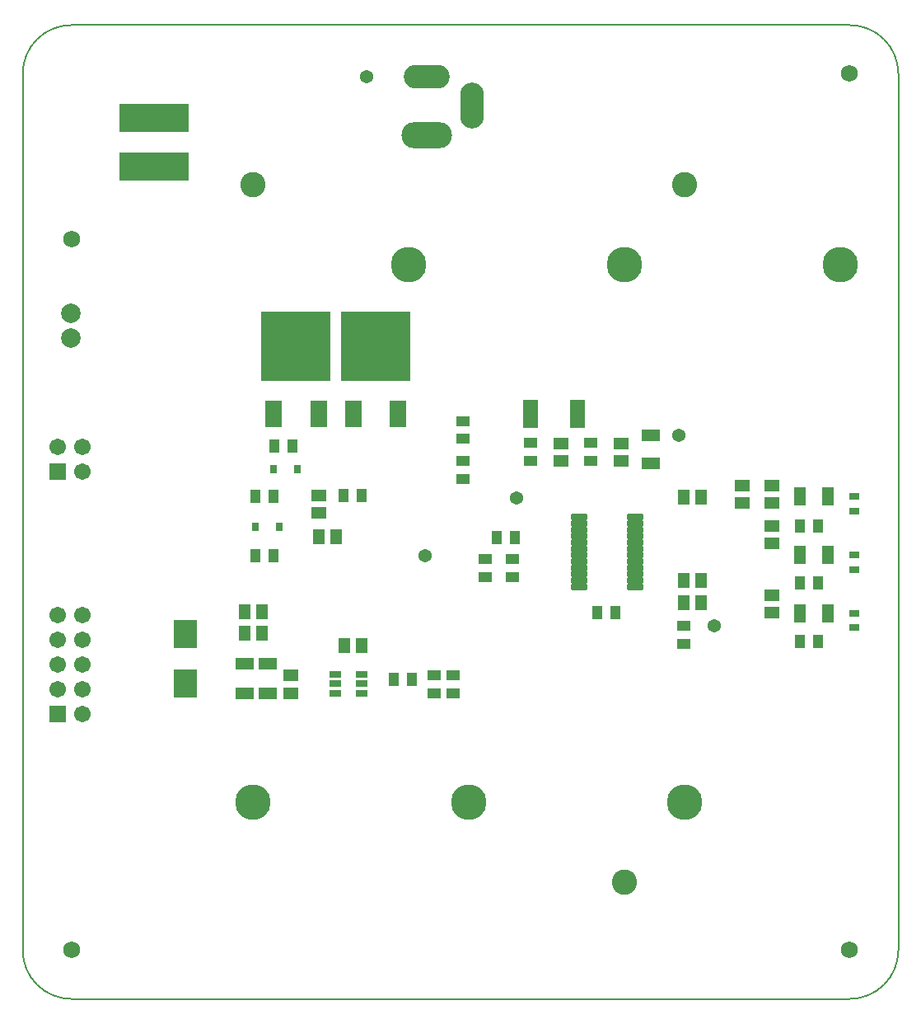
<source format=gts>
G04*
G04 #@! TF.GenerationSoftware,Altium Limited,Altium Designer,21.1.1 (26)*
G04*
G04 Layer_Color=8388736*
%FSLAX25Y25*%
%MOIN*%
G70*
G04*
G04 #@! TF.SameCoordinates,5AD375DC-C50E-4051-8569-BF36B36DD858*
G04*
G04*
G04 #@! TF.FilePolarity,Negative*
G04*
G01*
G75*
%ADD13C,0.00591*%
%ADD32C,0.05394*%
%ADD33R,0.28359X0.28359*%
%ADD34R,0.06706X0.10642*%
%ADD35R,0.05709X0.04134*%
%ADD36R,0.04134X0.05709*%
%ADD37R,0.03937X0.02953*%
%ADD38R,0.06299X0.05118*%
%ADD39R,0.05118X0.06299*%
%ADD40R,0.09461X0.11430*%
G04:AMPARAMS|DCode=41|XSize=69.81mil|YSize=24.14mil|CornerRadius=6.02mil|HoleSize=0mil|Usage=FLASHONLY|Rotation=180.000|XOffset=0mil|YOffset=0mil|HoleType=Round|Shape=RoundedRectangle|*
%AMROUNDEDRECTD41*
21,1,0.06981,0.01211,0,0,180.0*
21,1,0.05778,0.02414,0,0,180.0*
1,1,0.01204,-0.02889,0.00605*
1,1,0.01204,0.02889,0.00605*
1,1,0.01204,0.02889,-0.00605*
1,1,0.01204,-0.02889,-0.00605*
%
%ADD41ROUNDEDRECTD41*%
%ADD42R,0.04934X0.07493*%
%ADD43R,0.05918X0.11824*%
%ADD44R,0.07493X0.04934*%
%ADD45R,0.03005X0.03517*%
%ADD46R,0.04724X0.02756*%
%ADD47R,0.07480X0.04921*%
%ADD48R,0.28359X0.11824*%
%ADD49C,0.06706*%
%ADD50R,0.06706X0.06706*%
%ADD51C,0.06800*%
%ADD52O,0.09658X0.18517*%
%ADD53O,0.20485X0.10642*%
%ADD54O,0.18517X0.09658*%
%ADD55C,0.07887*%
%ADD56C,0.10209*%
%ADD57C,0.14383*%
D13*
X354331Y374016D02*
G03*
X334646Y393701I-19685J0D01*
G01*
Y0D02*
G03*
X354331Y19685I0J19685D01*
G01*
X19685Y393701D02*
G03*
X0Y374016I0J-19685D01*
G01*
X0Y19685D02*
G03*
X19685Y0I19685J0D01*
G01*
X354331Y19685D02*
Y374016D01*
X19685Y0D02*
X334646D01*
X0Y19685D02*
Y374016D01*
X19685Y393701D02*
X334646D01*
D32*
X279921Y150689D02*
D03*
X162927Y179232D02*
D03*
X265526Y227854D02*
D03*
X199682Y202658D02*
D03*
X139115Y372835D02*
D03*
D33*
X142913Y263779D02*
D03*
X110630D02*
D03*
D34*
X133858Y236614D02*
D03*
X151969D02*
D03*
X119685D02*
D03*
X101575D02*
D03*
D35*
X166382Y123622D02*
D03*
Y130905D02*
D03*
X187303Y170669D02*
D03*
Y177953D02*
D03*
X198327D02*
D03*
Y170669D02*
D03*
X267538Y143514D02*
D03*
X267538Y150798D02*
D03*
X229906Y224698D02*
D03*
Y217414D02*
D03*
X178285Y217414D02*
D03*
Y210131D02*
D03*
Y233661D02*
D03*
X178285Y226378D02*
D03*
X205629Y224698D02*
D03*
Y217414D02*
D03*
X174059Y130905D02*
D03*
Y123622D02*
D03*
D36*
X150197Y129232D02*
D03*
X157480D02*
D03*
X191929Y186614D02*
D03*
X199213D02*
D03*
X239862Y156309D02*
D03*
X232579D02*
D03*
X321763Y191142D02*
D03*
X314479D02*
D03*
X321763Y168012D02*
D03*
X314479D02*
D03*
X94291Y179134D02*
D03*
X101575Y179134D02*
D03*
X129864Y203665D02*
D03*
X137147Y203665D02*
D03*
X101575Y203046D02*
D03*
X94291D02*
D03*
X321763Y144390D02*
D03*
X314479Y144390D02*
D03*
X101870Y223622D02*
D03*
X109153D02*
D03*
D37*
X336527Y203150D02*
D03*
Y197244D02*
D03*
Y179527D02*
D03*
Y173622D02*
D03*
Y156004D02*
D03*
Y150098D02*
D03*
D38*
X108401Y123622D02*
D03*
Y130709D02*
D03*
X119685Y203665D02*
D03*
Y196578D02*
D03*
X291054Y207480D02*
D03*
Y200394D02*
D03*
X303062Y207480D02*
D03*
Y200394D02*
D03*
X217697Y224501D02*
D03*
Y217414D02*
D03*
X242217Y224501D02*
D03*
Y217414D02*
D03*
X303062Y191142D02*
D03*
Y184055D02*
D03*
Y163287D02*
D03*
Y156201D02*
D03*
D39*
X96755Y156494D02*
D03*
X89668D02*
D03*
X96755Y147933D02*
D03*
X89668D02*
D03*
X130118Y142900D02*
D03*
X137205D02*
D03*
X119685Y186702D02*
D03*
X126772D02*
D03*
X267545Y202795D02*
D03*
X274632D02*
D03*
X267538Y160070D02*
D03*
X274624D02*
D03*
Y169193D02*
D03*
X267538D02*
D03*
D40*
X65796Y147441D02*
D03*
Y127362D02*
D03*
D41*
X225315Y166634D02*
D03*
Y169193D02*
D03*
Y171752D02*
D03*
Y174311D02*
D03*
Y176870D02*
D03*
Y179429D02*
D03*
Y181988D02*
D03*
Y184547D02*
D03*
Y187106D02*
D03*
Y189665D02*
D03*
Y192224D02*
D03*
Y194783D02*
D03*
X247913D02*
D03*
Y192224D02*
D03*
Y189665D02*
D03*
Y187106D02*
D03*
Y184547D02*
D03*
Y181988D02*
D03*
Y179429D02*
D03*
Y176870D02*
D03*
Y174311D02*
D03*
Y171752D02*
D03*
Y169193D02*
D03*
Y166634D02*
D03*
D42*
X314479Y156004D02*
D03*
X325700D02*
D03*
X314479Y179527D02*
D03*
X325700D02*
D03*
X314479Y203150D02*
D03*
X325700D02*
D03*
D43*
X205629Y236614D02*
D03*
X224526D02*
D03*
D44*
X254035Y216633D02*
D03*
Y227854D02*
D03*
D45*
X94291Y190795D02*
D03*
X103898D02*
D03*
X101496Y214173D02*
D03*
X111102D02*
D03*
D46*
X137205Y131102D02*
D03*
Y127362D02*
D03*
Y123622D02*
D03*
X126575D02*
D03*
Y127362D02*
D03*
Y131102D02*
D03*
D47*
X99289Y123622D02*
D03*
Y135433D02*
D03*
X89668Y123622D02*
D03*
Y135433D02*
D03*
D48*
X53150Y336614D02*
D03*
Y356299D02*
D03*
D49*
X24016Y223099D02*
D03*
X14016D02*
D03*
X24016Y213100D02*
D03*
Y155039D02*
D03*
X14016D02*
D03*
X24016Y145039D02*
D03*
X14016D02*
D03*
X24016Y135039D02*
D03*
X14016D02*
D03*
X24016Y125039D02*
D03*
X14016D02*
D03*
X24016Y115039D02*
D03*
D50*
X14016Y213100D02*
D03*
Y115039D02*
D03*
D51*
X334646Y374016D02*
D03*
Y19685D02*
D03*
X19685Y307087D02*
D03*
Y19685D02*
D03*
D52*
X181890Y361024D02*
D03*
D53*
X163386Y349213D02*
D03*
D54*
Y372835D02*
D03*
D55*
X19488Y267244D02*
D03*
Y277244D02*
D03*
D56*
X93012Y329213D02*
D03*
X267717D02*
D03*
X243358Y47165D02*
D03*
D57*
X93012Y79528D02*
D03*
X156004Y296850D02*
D03*
X267717Y79528D02*
D03*
X330709Y296850D02*
D03*
X243358D02*
D03*
X180366Y79528D02*
D03*
M02*

</source>
